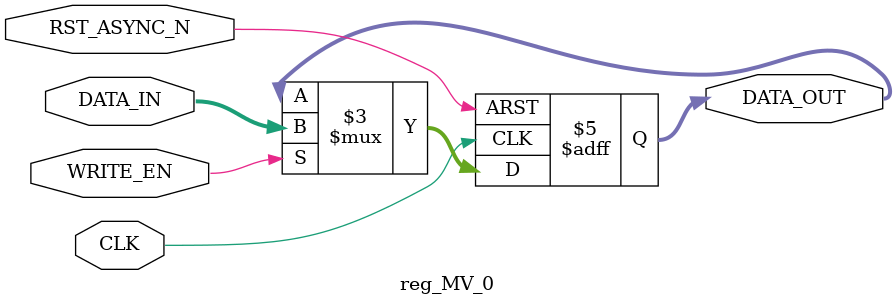
<source format=v>
/*-----------------------------------------------------------------------------------
* File: reg_MV_0.v
* Date generated: 25/03/2023
* Date modified: 10/05/2023
* Author: Bruna Suemi Nagai
* Description: Stores the input Motion Vector 0. MSBs: horizontal, LSBs: vertical
*----------------------------------------------------------------------------------- */

module reg_MV_0 (
    CLK,
    RST_ASYNC_N, 
    WRITE_EN,
    DATA_IN,  
    DATA_OUT
);


// ------------------------------------------
// IO declaration
// ------------------------------------------
    input CLK;                              // Clock
    input RST_ASYNC_N;						// Asynchronous reset
    input WRITE_EN;							// Enables writing
    input signed [7:0] DATA_IN;			// Data in
    output reg signed [7:0] DATA_OUT;	    // Data out
    

// ------------------------------------------
// Sequential logic
// ------------------------------------------
always @(posedge CLK, negedge RST_ASYNC_N) begin
if (!RST_ASYNC_N)                        // If rst async is low
    begin
            DATA_OUT <= 8'b0;
    end
    
    else if (WRITE_EN) 		 			    // If write enable is high
    begin
        DATA_OUT <= DATA_IN; 			    // Write data to the register at the specified address
    end 
end

endmodule // reg_MV_0
    
</source>
